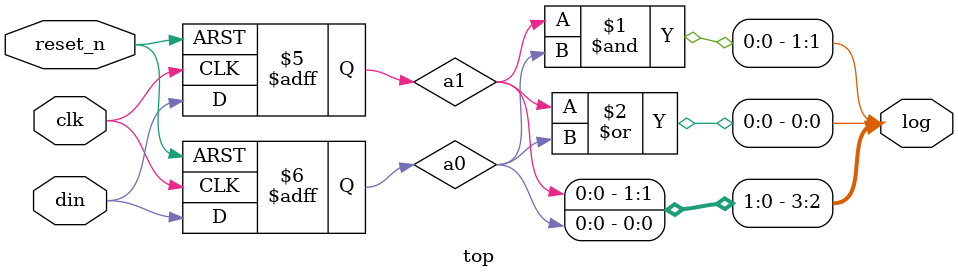
<source format=v>
module top
(
   input clk, reset_n, din, output [3:0] log
);
   reg a1;
   reg a0;
   assign log[3] = a1;
   assign log[2] = a0;
   assign log[1] = a1 & a0;
   assign log[0] = a1 | a0;
// Note: registers have same data input, the only difference is reset value
   always@(posedge clk or negedge reset_n)
   if(!reset_n)
   begin
      a1 <= 1'b1;
      a0 <= 1'b0;
   end
   else
   begin
      a1 <= din;
      a0 <= din;
   end
// flops can't be merged, as their function is different, but...
// they can be combined in a following manner (TODO: report such opportunity, but not to change design, as:)
   // - flops can be implemented to balance output fanout, or clock fanout
   // - logic in reset line can be untolerable
   // - path delay from flop can be critical
// XNOR(reset_n) can be added to the output of 'a0'
//    this gate will drive logic, previously driven by 'a1':
/*
   reg a0;
   wire a1 = a0 ^ !reset_n;
   assign log[3] = a1;
   assign log[2] = a0;
   assign log[1] = a1 & a0;
   assign log[0] = a1 | a0;

   always@(posedge clk or negedge reset_n)
   if(!reset_n)
      a0 <= 1'b0;
   else
      a0 <= din;
*/
// PRO:
// - smaller area (assume that XNOR smaller than DFF)
// CONS:
// - longer runtime to detect such cases
// - logic in reset path
// - worst timing path from FF (as fanout increased, and XOR added)
endmodule

</source>
